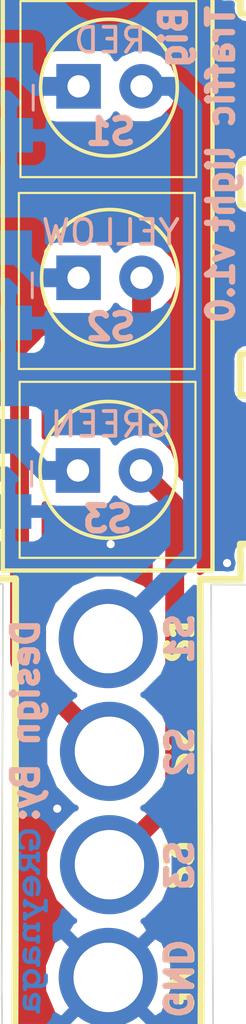
<source format=kicad_pcb>
(kicad_pcb (version 20171130) (host pcbnew 6.0.0-rc1-unknown-62e2fe8~66~ubuntu16.04.1)
  (title_block (title "Project Title"))
  (layers (0 F.Cu signal hide) (31 B.Cu signal hide) (34 B.Paste user) (35 F.Paste user) (36 B.SilkS user) (37 F.SilkS user) (38 B.Mask user) (39 F.Mask user) (44 Edge.Cuts user))
  (net 0 "")
  (net 1 "Net-(D1-Pad1)")
  (net 2 "Net-(D1-Pad2)")
  (net 3 "Net-(D2-Pad2)")
  (net 4 "Net-(D2-Pad1)")
  (net 5 "Net-(D3-Pad1)")
  (net 6 "Net-(D3-Pad2)")
  (net 7 GND)
  (module Semaforo:LED_D3.0mm (layer F.Cu) (at 141.4526 93.1672)
    (fp_text reference RED (at 1.27 -1.8542) (layer B.SilkS) (effects (justify mirror)))
    (fp_text value LED_ALT hide)
    (pad 1 thru_hole rect (at 0 0) (size 1.8 1.8) (drill 0.9) (layers *.Cu *.Mask) (net 1 "Net-(D1-Pad1)"))
    (pad 2 thru_hole circle (at 2.54 0) (size 1.8 1.8) (drill 0.9) (layers *.Cu *.Mask) (net 2 "Net-(D1-Pad2)"))
  )
  (module Semaforo:LED_D3.0mm (layer F.Cu) (at 141.4526 100.8888)
    (fp_text reference YELLOW (at 1.2954 -1.8288) (layer B.SilkS) (effects (justify mirror)))
    (fp_text value LED_ALT hide)
    (pad 2 thru_hole circle (at 2.54 0) (size 1.8 1.8) (drill 0.9) (layers *.Cu *.Mask) (net 3 "Net-(D2-Pad2)"))
    (pad 1 thru_hole rect (at 0 0) (size 1.8 1.8) (drill 0.9) (layers *.Cu *.Mask) (net 4 "Net-(D2-Pad1)"))
  )
  (module Semaforo:LED_D3.0mm (layer F.Cu) (at 141.4272 108.6612)
    (fp_text reference GREEN (at 1.3208 -1.8542) (layer B.SilkS) (effects (justify mirror)))
    (fp_text value LED_ALT hide)
    (pad 1 thru_hole rect (at 0 0) (size 1.8 1.8) (drill 0.9) (layers *.Cu *.Mask) (net 5 "Net-(D3-Pad1)"))
    (pad 2 thru_hole circle (at 2.54 0) (size 1.8 1.8) (drill 0.9) (layers *.Cu *.Mask) (net 6 "Net-(D3-Pad2)"))
  )
  (module Semaforo:Pad_02 (layer F.Cu) (at 142.6464 129.1082)
    (fp_text reference J2 hide)
    (fp_text value CONN_01X01 hide)
    (pad 1 thru_hole circle (at 0 0) (size 4 4) (drill 2.8) (layers *.Cu *.Mask) (net 7 GND))
  )
  (module Semaforo:Pad_02 (layer F.Cu) (at 142.6464 115.443)
    (fp_text reference J4 hide)
    (fp_text value CONN_01X01 hide)
    (pad 1 thru_hole circle (at 0 0) (size 4 4) (drill 2.8) (layers *.Cu *.Mask) (net 2 "Net-(D1-Pad2)"))
  )
  (module Semaforo:Pad_02 (layer F.Cu) (at 142.6972 119.9896)
    (fp_text reference J5 hide)
    (fp_text value CONN_01X01 hide)
    (pad 1 thru_hole circle (at 0 0) (size 4 4) (drill 2.8) (layers *.Cu *.Mask) (net 3 "Net-(D2-Pad2)"))
  )
  (module Semaforo:Pad_02 (layer F.Cu) (at 142.6972 124.5616)
    (fp_text reference J6 hide)
    (fp_text value CONN_01X01 hide)
    (pad 1 thru_hole circle (at 0 0) (size 4 4) (drill 2.8) (layers *.Cu *.Mask) (net 6 "Net-(D3-Pad2)"))
  )
  (module Resistor_SMD:R_1206_3216Metric_Pad1.39x1.80mm_HandSolder (layer B.Cu) (at 138.7094 93.6244 270)
    (fp_text reference R1 (at 0 1.85 270) (layer B.SilkS) (effects (justify mirror)))
    (fp_text value 330 hide)
    (pad 1 smd rect (at -1.5175 0 270) (size 1.395 1.8) (layers B.Cu B.Paste B.Mask) (net 1 "Net-(D1-Pad1)"))
    (pad 2 smd rect (at 1.5175 0 270) (size 1.395 1.8) (layers B.Cu B.Paste B.Mask) (net 7 GND))
  )
  (module Resistor_SMD:R_1206_3216Metric_Pad1.39x1.80mm_HandSolder (layer B.Cu) (at 138.6713 101.1936 270)
    (fp_text reference R2 (at 0 1.85 270) (layer B.SilkS) (effects (justify mirror)))
    (fp_text value 330 hide)
    (pad 2 smd rect (at 1.5175 0 270) (size 1.395 1.8) (layers B.Cu B.Paste B.Mask) (net 7 GND))
    (pad 1 smd rect (at -1.5175 0 270) (size 1.395 1.8) (layers B.Cu B.Paste B.Mask) (net 4 "Net-(D2-Pad1)"))
  )
  (module Resistor_SMD:R_1206_3216Metric_Pad1.39x1.80mm_HandSolder (layer B.Cu) (at 138.6459 108.8009 270)
    (fp_text reference R3 (at 0 1.85 270) (layer B.SilkS) (effects (justify mirror)))
    (fp_text value 330 hide)
    (pad 1 smd rect (at -1.5175 0 270) (size 1.395 1.8) (layers B.Cu B.Paste B.Mask) (net 5 "Net-(D3-Pad1)"))
    (pad 2 smd rect (at 1.5175 0 270) (size 1.395 1.8) (layers B.Cu B.Paste B.Mask) (net 7 GND))
  )
  (module Semaforo:Semaforo3.All.02 (layer F.Cu) (at 142.53451 109.226696)
    (fp_text reference E1 hide)
    (fp_text value EdgeTraffic hide)
    (fp_line (start 4.809487 -20.528497) (end 4.553717 -20.528497) (layer Edge.Cuts) (width 0.069647))
    (fp_line (start 4.553717 -20.528497) (end 4.297947 -20.528497) (layer Edge.Cuts) (width 0.069647))
    (fp_line (start 4.297947 -20.528497) (end 4.042177 -20.528497) (layer Edge.Cuts) (width 0.069647))
    (fp_line (start 4.042177 -20.528497) (end 3.786408 -20.528497) (layer Edge.Cuts) (width 0.069647))
    (fp_line (start 3.786408 -20.528497) (end 3.709407 -20.68689) (layer Edge.Cuts) (width 0.069647))
    (fp_line (start 3.709407 -20.68689) (end 3.473857 -21.06903) (layer Edge.Cuts) (width 0.069647))
    (fp_line (start 3.473857 -21.06903) (end 3.072936 -21.535369) (layer Edge.Cuts) (width 0.069647))
    (fp_line (start 3.072936 -21.535369) (end 2.499821 -21.946346) (layer Edge.Cuts) (width 0.069647))
    (fp_line (start 2.499821 -21.946346) (end 1.886173 -22.224204) (layer Edge.Cuts) (width 0.069647))
    (fp_line (start 1.886173 -22.224204) (end 1.332949 -22.397961) (layer Edge.Cuts) (width 0.069647))
    (fp_line (start 1.332949 -22.397961) (end 0.787274 -22.488245) (layer Edge.Cuts) (width 0.069647))
    (fp_line (start 0.787274 -22.488245) (end 0.196272 -22.515682) (layer Edge.Cuts) (width 0.069647))
    (fp_line (start 0.196272 -22.515682) (end -0.427755 -22.482045) (layer Edge.Cuts) (width 0.069647))
    (fp_line (start -0.427755 -22.482045) (end -1.045342 -22.371963) (layer Edge.Cuts) (width 0.069647))
    (fp_line (start -1.045342 -22.371963) (end -1.668625 -22.180333) (layer Edge.Cuts) (width 0.069647))
    (fp_line (start -1.668625 -22.180333) (end -2.309742 -21.902055) (layer Edge.Cuts) (width 0.069647))
    (fp_line (start -2.309742 -21.902055) (end -2.86363 -21.505579) (layer Edge.Cuts) (width 0.069647))
    (fp_line (start -2.86363 -21.505579) (end -3.23188 -21.053623) (layer Edge.Cuts) (width 0.069647))
    (fp_line (start -3.23188 -21.053623) (end -3.436611 -20.682495) (layer Edge.Cuts) (width 0.069647))
    (fp_line (start -3.436611 -20.682495) (end -3.49994 -20.528497) (layer Edge.Cuts) (width 0.069647))
    (fp_line (start -3.49994 -20.528497) (end -3.771929 -20.528497) (layer Edge.Cuts) (width 0.069647))
    (fp_line (start -3.771929 -20.528497) (end -4.043919 -20.528497) (layer Edge.Cuts) (width 0.069647))
    (fp_line (start -4.043919 -20.528497) (end -4.315909 -20.528497) (layer Edge.Cuts) (width 0.069647))
    (fp_line (start -4.315909 -20.528497) (end -4.587898 -20.528497) (layer Edge.Cuts) (width 0.069647))
    (fp_line (start -4.587898 -20.528497) (end -4.587898 -20.402595) (layer Edge.Cuts) (width 0.069647))
    (fp_line (start -4.587898 -20.402595) (end -4.587898 -20.276696) (layer Edge.Cuts) (width 0.069647))
    (fp_line (start -4.587898 -20.276696) (end -4.587898 -20.150794) (layer Edge.Cuts) (width 0.069647))
    (fp_line (start -4.587898 -20.150794) (end -4.587898 -20.024892) (layer Edge.Cuts) (width 0.069647))
    (fp_line (start -4.587898 -20.024892) (end -4.742582 -20.027538) (layer Edge.Cuts) (width 0.069647))
    (fp_line (start -4.742582 -20.027538) (end -4.897267 -20.030183) (layer Edge.Cuts) (width 0.069647))
    (fp_line (start -4.897267 -20.030183) (end -5.051951 -20.032829) (layer Edge.Cuts) (width 0.069647))
    (fp_line (start -5.051951 -20.032829) (end -5.206635 -20.035475) (layer Edge.Cuts) (width 0.069647))
    (fp_line (start -5.206635 -20.035475) (end -5.287367 -19.957849) (layer Edge.Cuts) (width 0.069647))
    (fp_line (start -5.287367 -19.957849) (end -5.3681 -19.88022) (layer Edge.Cuts) (width 0.069647))
    (fp_line (start -5.3681 -19.88022) (end -5.448832 -19.802594) (layer Edge.Cuts) (width 0.069647))
    (fp_line (start -5.448832 -19.802594) (end -5.529564 -19.724965) (layer Edge.Cuts) (width 0.069647))
    (fp_line (start -5.529564 -19.724965) (end -5.529564 -19.600138) (layer Edge.Cuts) (width 0.069647))
    (fp_line (start -5.529564 -19.600138) (end -5.529564 -19.47531) (layer Edge.Cuts) (width 0.069647))
    (fp_line (start -5.529564 -19.47531) (end -5.529564 -19.350482) (layer Edge.Cuts) (width 0.069647))
    (fp_line (start -5.529564 -19.350482) (end -5.529564 -19.225654) (layer Edge.Cuts) (width 0.069647))
    (fp_line (start -5.529564 -19.225654) (end -6.949242 -19.220283) (layer Edge.Cuts) (width 0.069647))
    (fp_line (start -6.949242 -19.220283) (end -8.368921 -19.214912) (layer Edge.Cuts) (width 0.069647))
    (fp_line (start -8.368921 -19.214912) (end -9.788599 -19.209541) (layer Edge.Cuts) (width 0.069647))
    (fp_line (start -9.788599 -19.209541) (end -11.208278 -19.20417) (layer Edge.Cuts) (width 0.069647))
    (fp_line (start -11.208278 -19.20417) (end -11.215064 -19.055607) (layer Edge.Cuts) (width 0.069647))
    (fp_line (start -11.215064 -19.055607) (end -11.219718 -18.673048) (layer Edge.Cuts) (width 0.069647))
    (fp_line (start -11.219718 -18.673048) (end -11.198689 -18.151192) (layer Edge.Cuts) (width 0.069647))
    (fp_line (start -11.198689 -18.151192) (end -11.128426 -17.584738) (layer Edge.Cuts) (width 0.069647))
    (fp_line (start -11.128426 -17.584738) (end -10.983083 -17.079405) (layer Edge.Cuts) (width 0.069647))
    (fp_line (start -10.983083 -17.079405) (end -10.759336 -16.651293) (layer Edge.Cuts) (width 0.069647))
    (fp_line (start -10.759336 -16.651293) (end -10.467411 -16.260662) (layer Edge.Cuts) (width 0.069647))
    (fp_line (start -10.467411 -16.260662) (end -10.117533 -15.86778) (layer Edge.Cuts) (width 0.069647))
    (fp_line (start -10.117533 -15.86778) (end -9.709763 -15.491748) (layer Edge.Cuts) (width 0.069647))
    (fp_line (start -9.709763 -15.491748) (end -9.260862 -15.148031) (layer Edge.Cuts) (width 0.069647))
    (fp_line (start -9.260862 -15.148031) (end -8.80611 -14.791423) (layer Edge.Cuts) (width 0.069647))
    (fp_line (start -8.80611 -14.791423) (end -8.380788 -14.376718) (layer Edge.Cuts) (width 0.069647))
    (fp_line (start -8.380788 -14.376718) (end -8.084695 -13.86908) (layer Edge.Cuts) (width 0.069647))
    (fp_line (start -8.084695 -13.86908) (end -7.951794 -13.348745) (layer Edge.Cuts) (width 0.069647))
    (fp_line (start -7.951794 -13.348745) (end -7.918605 -12.943112) (layer Edge.Cuts) (width 0.069647))
    (fp_line (start -7.918605 -12.943112) (end -7.921647 -12.779589) (layer Edge.Cuts) (width 0.069647))
    (fp_line (start -7.921647 -12.779589) (end -7.325266 -12.777208) (layer Edge.Cuts) (width 0.069647))
    (fp_line (start -7.325266 -12.777208) (end -6.728884 -12.774827) (layer Edge.Cuts) (width 0.069647))
    (fp_line (start -6.728884 -12.774827) (end -6.132502 -12.772446) (layer Edge.Cuts) (width 0.069647))
    (fp_line (start -6.132502 -12.772446) (end -5.53612 -12.770064) (layer Edge.Cuts) (width 0.069647))
    (fp_line (start -5.53612 -12.770064) (end -5.54383 -12.44986) (layer Edge.Cuts) (width 0.069647))
    (fp_line (start -5.54383 -12.44986) (end -5.55154 -12.129654) (layer Edge.Cuts) (width 0.069647))
    (fp_line (start -5.55154 -12.129654) (end -5.55925 -11.80945) (layer Edge.Cuts) (width 0.069647))
    (fp_line (start -5.55925 -11.80945) (end -5.56696 -11.489243) (layer Edge.Cuts) (width 0.069647))
    (fp_line (start -5.56696 -11.489243) (end -6.979837 -11.479797) (layer Edge.Cuts) (width 0.069647))
    (fp_line (start -6.979837 -11.479797) (end -8.392714 -11.470352) (layer Edge.Cuts) (width 0.069647))
    (fp_line (start -8.392714 -11.470352) (end -9.805591 -11.460906) (layer Edge.Cuts) (width 0.069647))
    (fp_line (start -9.805591 -11.460906) (end -11.218467 -11.45146) (layer Edge.Cuts) (width 0.069647))
    (fp_line (start -11.218467 -11.45146) (end -11.225511 -11.311168) (layer Edge.Cuts) (width 0.069647))
    (fp_line (start -11.225511 -11.311168) (end -11.24069 -10.97639) (layer Edge.Cuts) (width 0.069647))
    (fp_line (start -11.24069 -10.97639) (end -11.255081 -10.57628) (layer Edge.Cuts) (width 0.069647))
    (fp_line (start -11.255081 -10.57628) (end -11.259758 -10.239981) (layer Edge.Cuts) (width 0.069647))
    (fp_line (start -11.259758 -10.239981) (end -11.246839 -9.969307) (layer Edge.Cuts) (width 0.069647))
    (fp_line (start -11.246839 -9.969307) (end -11.214625 -9.748258) (layer Edge.Cuts) (width 0.069647))
    (fp_line (start -11.214625 -9.748258) (end -11.161876 -9.546632) (layer Edge.Cuts) (width 0.069647))
    (fp_line (start -11.161876 -9.546632) (end -11.087351 -9.334225) (layer Edge.Cuts) (width 0.069647))
    (fp_line (start -11.087351 -9.334225) (end -10.899754 -9.006964) (layer Edge.Cuts) (width 0.069647))
    (fp_line (start -10.899754 -9.006964) (end -10.58571 -8.607375) (layer Edge.Cuts) (width 0.069647))
    (fp_line (start -10.58571 -8.607375) (end -10.212443 -8.196593) (layer Edge.Cuts) (width 0.069647))
    (fp_line (start -10.212443 -8.196593) (end -9.847176 -7.835757) (layer Edge.Cuts) (width 0.069647))
    (fp_line (start -9.847176 -7.835757) (end -9.401807 -7.469476) (layer Edge.Cuts) (width 0.069647))
    (fp_line (start -9.401807 -7.469476) (end -8.84462 -7.038181) (layer Edge.Cuts) (width 0.069647))
    (fp_line (start -8.84462 -7.038181) (end -8.327415 -6.596742) (layer Edge.Cuts) (width 0.069647))
    (fp_line (start -8.327415 -6.596742) (end -8.001994 -6.200037) (layer Edge.Cuts) (width 0.069647))
    (fp_line (start -8.001994 -6.200037) (end -7.868735 -5.808168) (layer Edge.Cuts) (width 0.069647))
    (fp_line (start -7.868735 -5.808168) (end -7.808173 -5.408917) (layer Edge.Cuts) (width 0.069647))
    (fp_line (start -7.808173 -5.408917) (end -7.792343 -5.09868) (layer Edge.Cuts) (width 0.069647))
    (fp_line (start -7.792343 -5.09868) (end -7.793269 -4.973847) (layer Edge.Cuts) (width 0.069647))
    (fp_line (start -7.793269 -4.973847) (end -7.227107 -4.967708) (layer Edge.Cuts) (width 0.069647))
    (fp_line (start -7.227107 -4.967708) (end -6.660945 -4.96157) (layer Edge.Cuts) (width 0.069647))
    (fp_line (start -6.660945 -4.96157) (end -6.094782 -4.955432) (layer Edge.Cuts) (width 0.069647))
    (fp_line (start -6.094782 -4.955432) (end -5.52862 -4.949293) (layer Edge.Cuts) (width 0.069647))
    (fp_line (start -5.52862 -4.949293) (end -5.531853 -4.684604) (layer Edge.Cuts) (width 0.069647))
    (fp_line (start -5.531853 -4.684604) (end -5.535087 -4.419915) (layer Edge.Cuts) (width 0.069647))
    (fp_line (start -5.535087 -4.419915) (end -5.53832 -4.155223) (layer Edge.Cuts) (width 0.069647))
    (fp_line (start -5.53832 -4.155223) (end -5.541553 -3.890534) (layer Edge.Cuts) (width 0.069647))
    (fp_line (start -5.541553 -3.890534) (end -7.006054 -3.879924) (layer Edge.Cuts) (width 0.069647))
    (fp_line (start -7.006054 -3.879924) (end -8.470554 -3.869314) (layer Edge.Cuts) (width 0.069647))
    (fp_line (start -8.470554 -3.869314) (end -9.935055 -3.858705) (layer Edge.Cuts) (width 0.069647))
    (fp_line (start -9.935055 -3.858705) (end -11.399556 -3.848095) (layer Edge.Cuts) (width 0.069647))
    (fp_line (start -11.399556 -3.848095) (end -11.39953 -3.689855) (layer Edge.Cuts) (width 0.069647))
    (fp_line (start -11.39953 -3.689855) (end -11.400377 -3.309959) (layer Edge.Cuts) (width 0.069647))
    (fp_line (start -11.400377 -3.309959) (end -11.403499 -2.850642) (layer Edge.Cuts) (width 0.069647))
    (fp_line (start -11.403499 -2.850642) (end -11.410285 -2.454143) (layer Edge.Cuts) (width 0.069647))
    (fp_line (start -11.410285 -2.454143) (end -11.385624 -2.067883) (layer Edge.Cuts) (width 0.069647))
    (fp_line (start -11.385624 -2.067883) (end -11.303505 -1.727168) (layer Edge.Cuts) (width 0.069647))
    (fp_line (start -11.303505 -1.727168) (end -11.186603 -1.439074) (layer Edge.Cuts) (width 0.069647))
    (fp_line (start -11.186603 -1.439074) (end -11.057592 -1.210688) (layer Edge.Cuts) (width 0.069647))
    (fp_line (start -11.057592 -1.210688) (end -10.751052 -0.8533) (layer Edge.Cuts) (width 0.069647))
    (fp_line (start -10.751052 -0.8533) (end -10.24962 -0.352282) (layer Edge.Cuts) (width 0.069647))
    (fp_line (start -10.24962 -0.352282) (end -9.717612 0.147926) (layer Edge.Cuts) (width 0.069647))
    (fp_line (start -9.717612 0.147926) (end -9.319344 0.502886) (layer Edge.Cuts) (width 0.069647))
    (fp_line (start -9.319344 0.502886) (end -9.064301 0.707496) (layer Edge.Cuts) (width 0.069647))
    (fp_line (start -9.064301 0.707496) (end -8.828387 0.89063) (layer Edge.Cuts) (width 0.069647))
    (fp_line (start -8.828387 0.89063) (end -8.575541 1.108826) (layer Edge.Cuts) (width 0.069647))
    (fp_line (start -8.575541 1.108826) (end -8.269698 1.418622) (layer Edge.Cuts) (width 0.069647))
    (fp_line (start -8.269698 1.418622) (end -8.015157 1.838986) (layer Edge.Cuts) (width 0.069647))
    (fp_line (start -8.015157 1.838986) (end -7.902832 2.277023) (layer Edge.Cuts) (width 0.069647))
    (fp_line (start -7.902832 2.277023) (end -7.876596 2.621447) (layer Edge.Cuts) (width 0.069647))
    (fp_line (start -7.876596 2.621447) (end -7.880324 2.760983) (layer Edge.Cuts) (width 0.069647))
    (fp_line (start -7.880324 2.760983) (end -7.303962 2.769238) (layer Edge.Cuts) (width 0.069647))
    (fp_line (start -7.303962 2.769238) (end -6.727599 2.777493) (layer Edge.Cuts) (width 0.069647))
    (fp_line (start -6.727599 2.777493) (end -6.151237 2.785748) (layer Edge.Cuts) (width 0.069647))
    (fp_line (start -6.151237 2.785748) (end -5.574875 2.794003) (layer Edge.Cuts) (width 0.069647))
    (fp_line (start -5.574875 2.794003) (end -5.576119 3.194124) (layer Edge.Cuts) (width 0.069647))
    (fp_line (start -5.576119 3.194124) (end -5.594068 4.011851) (layer Edge.Cuts) (width 0.069647))
    (fp_line (start -5.594068 4.011851) (end -4.135483 4.009734) (layer Edge.Cuts) (width 0.069647))
    (fp_line (start -4.135483 4.009734) (end -4.187905 20.290301) (layer Edge.Cuts) (width 0.069647))
    (fp_line (start -4.187905 20.290301) (end -4.155916 22.512771) (layer Edge.Cuts) (width 0.069647))
    (fp_line (start -4.155916 22.512771) (end -2.737468 22.513301) (layer Edge.Cuts) (width 0.069647))
    (fp_line (start -2.737468 22.513301) (end -1.31902 22.514094) (layer Edge.Cuts) (width 0.069647))
    (fp_line (start -1.31902 22.514094) (end 0.099428 22.514624) (layer Edge.Cuts) (width 0.069647))
    (fp_line (start 0.099428 22.514624) (end 1.517875 22.515417) (layer Edge.Cuts) (width 0.069647))
    (fp_line (start 1.517875 22.515417) (end 2.936323 22.515946) (layer Edge.Cuts) (width 0.069647))
    (fp_line (start 2.936323 22.515946) (end 4.354771 22.51674) (layer Edge.Cuts) (width 0.069647))
    (fp_line (start 4.354771 22.51674) (end 4.336647 20.103491) (layer Edge.Cuts) (width 0.069647))
    (fp_line (start 4.336647 20.103491) (end 4.267778 4.032597) (layer Edge.Cuts) (width 0.069647))
    (fp_line (start 4.267778 4.032597) (end 5.760026 4.041169) (layer Edge.Cuts) (width 0.069647))
    (fp_line (start 5.760026 4.041169) (end 5.756171 3.222876) (layer Edge.Cuts) (width 0.069647))
    (fp_line (start 5.756171 3.222876) (end 5.752316 2.830542) (layer Edge.Cuts) (width 0.069647))
    (fp_line (start 5.752316 2.830542) (end 6.281228 2.826679) (layer Edge.Cuts) (width 0.069647))
    (fp_line (start 6.281228 2.826679) (end 6.81014 2.822816) (layer Edge.Cuts) (width 0.069647))
    (fp_line (start 6.81014 2.822816) (end 7.339053 2.818953) (layer Edge.Cuts) (width 0.069647))
    (fp_line (start 7.339053 2.818953) (end 7.867965 2.81509) (layer Edge.Cuts) (width 0.069647))
    (fp_line (start 7.867965 2.81509) (end 7.861747 2.668577) (layer Edge.Cuts) (width 0.069647))
    (fp_line (start 7.861747 2.668577) (end 7.869193 2.316385) (layer Edge.Cuts) (width 0.069647))
    (fp_line (start 7.869193 2.316385) (end 7.929454 1.889543) (layer Edge.Cuts) (width 0.069647))
    (fp_line (start 7.929454 1.889543) (end 8.081684 1.519079) (layer Edge.Cuts) (width 0.069647))
    (fp_line (start 8.081684 1.519079) (end 8.287965 1.247148) (layer Edge.Cuts) (width 0.069647))
    (fp_line (start 8.287965 1.247148) (end 8.50837 1.00054) (layer Edge.Cuts) (width 0.069647))
    (fp_line (start 8.50837 1.00054) (end 8.779031 0.737214) (layer Edge.Cuts) (width 0.069647))
    (fp_line (start 8.779031 0.737214) (end 9.13608 0.415137) (layer Edge.Cuts) (width 0.069647))
    (fp_line (start 9.13608 0.415137) (end 9.435951 0.143706) (layer Edge.Cuts) (width 0.069647))
    (fp_line (start 9.435951 0.143706) (end 9.601514 -0.019608) (layer Edge.Cuts) (width 0.069647))
    (fp_line (start 9.601514 -0.019608) (end 9.768562 -0.194739) (layer Edge.Cuts) (width 0.069647))
    (fp_line (start 9.768562 -0.194739) (end 10.072888 -0.501618) (layer Edge.Cuts) (width 0.069647))
    (fp_line (start 10.072888 -0.501618) (end 10.348796 -0.775018) (layer Edge.Cuts) (width 0.069647))
    (fp_line (start 10.348796 -0.775018) (end 10.582891 -1.02417) (layer Edge.Cuts) (width 0.069647))
    (fp_line (start 10.582891 -1.02417) (end 10.811906 -1.307478) (layer Edge.Cuts) (width 0.069647))
    (fp_line (start 10.811906 -1.307478) (end 11.072566 -1.68334) (layer Edge.Cuts) (width 0.069647))
    (fp_line (start 11.072566 -1.68334) (end 11.185154 -2.163503) (layer Edge.Cuts) (width 0.069647))
    (fp_line (start 11.185154 -2.163503) (end 11.217989 -2.891245) (layer Edge.Cuts) (width 0.069647))
    (fp_line (start 11.217989 -2.891245) (end 11.209496 -3.555788) (layer Edge.Cuts) (width 0.069647))
    (fp_line (start 11.209496 -3.555788) (end 11.198119 -3.846364) (layer Edge.Cuts) (width 0.069647))
    (fp_line (start 11.198119 -3.846364) (end 9.835417 -3.845041) (layer Edge.Cuts) (width 0.069647))
    (fp_line (start 9.835417 -3.845041) (end 8.472712 -3.843719) (layer Edge.Cuts) (width 0.069647))
    (fp_line (start 8.472712 -3.843719) (end 7.110008 -3.842396) (layer Edge.Cuts) (width 0.069647))
    (fp_line (start 7.110008 -3.842396) (end 5.747305 -3.841073) (layer Edge.Cuts) (width 0.069647))
    (fp_line (start 5.747305 -3.841073) (end 5.748549 -4.143084) (layer Edge.Cuts) (width 0.069647))
    (fp_line (start 5.748549 -4.143084) (end 5.749792 -4.445093) (layer Edge.Cuts) (width 0.069647))
    (fp_line (start 5.749792 -4.445093) (end 5.751036 -4.747104) (layer Edge.Cuts) (width 0.069647))
    (fp_line (start 5.751036 -4.747104) (end 5.75228 -5.049113) (layer Edge.Cuts) (width 0.069647))
    (fp_line (start 5.75228 -5.049113) (end 6.275408 -5.064379) (layer Edge.Cuts) (width 0.069647))
    (fp_line (start 6.275408 -5.064379) (end 6.798537 -5.079645) (layer Edge.Cuts) (width 0.069647))
    (fp_line (start 6.798537 -5.079645) (end 7.321666 -5.094912) (layer Edge.Cuts) (width 0.069647))
    (fp_line (start 7.321666 -5.094912) (end 7.844794 -5.110178) (layer Edge.Cuts) (width 0.069647))
    (fp_line (start 7.844794 -5.110178) (end 7.845879 -5.207191) (layer Edge.Cuts) (width 0.069647))
    (fp_line (start 7.845879 -5.207191) (end 7.868538 -5.45369) (layer Edge.Cuts) (width 0.069647))
    (fp_line (start 7.868538 -5.45369) (end 7.941815 -5.782871) (layer Edge.Cuts) (width 0.069647))
    (fp_line (start 7.941815 -5.782871) (end 8.094765 -6.12793) (layer Edge.Cuts) (width 0.069647))
    (fp_line (start 8.094765 -6.12793) (end 8.365169 -6.457638) (layer Edge.Cuts) (width 0.069647))
    (fp_line (start 8.365169 -6.457638) (end 8.734813 -6.785044) (layer Edge.Cuts) (width 0.069647))
    (fp_line (start 8.734813 -6.785044) (end 9.148751 -7.109754) (layer Edge.Cuts) (width 0.069647))
    (fp_line (start 9.148751 -7.109754) (end 9.552037 -7.431373) (layer Edge.Cuts) (width 0.069647))
    (fp_line (start 9.552037 -7.431373) (end 9.827498 -7.666239) (layer Edge.Cuts) (width 0.069647))
    (fp_line (start 9.827498 -7.666239) (end 9.986388 -7.809738) (layer Edge.Cuts) (width 0.069647))
    (fp_line (start 9.986388 -7.809738) (end 10.166408 -7.980061) (layer Edge.Cuts) (width 0.069647))
    (fp_line (start 10.166408 -7.980061) (end 10.505249 -8.295399) (layer Edge.Cuts) (width 0.069647))
    (fp_line (start 10.505249 -8.295399) (end 10.841474 -8.663413) (layer Edge.Cuts) (width 0.069647))
    (fp_line (start 10.841474 -8.663413) (end 11.121808 -9.085445) (layer Edge.Cuts) (width 0.069647))
    (fp_line (start 11.121808 -9.085445) (end 11.316893 -9.517092) (layer Edge.Cuts) (width 0.069647))
    (fp_line (start 11.316893 -9.517092) (end 11.397379 -9.913943) (layer Edge.Cuts) (width 0.069647))
    (fp_line (start 11.397379 -9.913943) (end 11.407513 -10.378096) (layer Edge.Cuts) (width 0.069647))
    (fp_line (start 11.407513 -10.378096) (end 11.412407 -10.92518) (layer Edge.Cuts) (width 0.069647))
    (fp_line (start 11.412407 -10.92518) (end 11.413995 -11.3811) (layer Edge.Cuts) (width 0.069647))
    (fp_line (start 11.413995 -11.3811) (end 11.414087 -11.571761) (layer Edge.Cuts) (width 0.069647))
    (fp_line (start 11.414087 -11.571761) (end 10.006367 -11.561442) (layer Edge.Cuts) (width 0.069647))
    (fp_line (start 10.006367 -11.561442) (end 8.598646 -11.551097) (layer Edge.Cuts) (width 0.069647))
    (fp_line (start 8.598646 -11.551097) (end 7.190923 -11.540778) (layer Edge.Cuts) (width 0.069647))
    (fp_line (start 7.190923 -11.540778) (end 5.783201 -11.530433) (layer Edge.Cuts) (width 0.069647))
    (fp_line (start 5.783201 -11.530433) (end 5.781958 -11.831055) (layer Edge.Cuts) (width 0.069647))
    (fp_line (start 5.781958 -11.831055) (end 5.780714 -12.13168) (layer Edge.Cuts) (width 0.069647))
    (fp_line (start 5.780714 -12.13168) (end 5.779471 -12.432303) (layer Edge.Cuts) (width 0.069647))
    (fp_line (start 5.779471 -12.432303) (end 5.778227 -12.732925) (layer Edge.Cuts) (width 0.069647))
    (fp_line (start 5.778227 -12.732925) (end 6.333497 -12.74155) (layer Edge.Cuts) (width 0.069647))
    (fp_line (start 6.333497 -12.74155) (end 6.888767 -12.750176) (layer Edge.Cuts) (width 0.069647))
    (fp_line (start 6.888767 -12.750176) (end 7.444036 -12.758775) (layer Edge.Cuts) (width 0.069647))
    (fp_line (start 7.444036 -12.758775) (end 7.999306 -12.7674) (layer Edge.Cuts) (width 0.069647))
    (fp_line (start 7.999306 -12.7674) (end 7.999484 -12.888624) (layer Edge.Cuts) (width 0.069647))
    (fp_line (start 7.999484 -12.888624) (end 8.023053 -13.189985) (layer Edge.Cuts) (width 0.069647))
    (fp_line (start 8.023053 -13.189985) (end 8.10457 -13.578004) (layer Edge.Cuts) (width 0.069647))
    (fp_line (start 8.10457 -13.578004) (end 8.278587 -13.95921) (layer Edge.Cuts) (width 0.069647))
    (fp_line (start 8.278587 -13.95921) (end 8.514749 -14.284312) (layer Edge.Cuts) (width 0.069647))
    (fp_line (start 8.514749 -14.284312) (end 8.77176 -14.579992) (layer Edge.Cuts) (width 0.069647))
    (fp_line (start 8.77176 -14.579992) (end 9.067778 -14.866731) (layer Edge.Cuts) (width 0.069647))
    (fp_line (start 9.067778 -14.866731) (end 9.420955 -15.165012) (layer Edge.Cuts) (width 0.069647))
    (fp_line (start 9.420955 -15.165012) (end 9.810159 -15.503665) (layer Edge.Cuts) (width 0.069647))
    (fp_line (start 9.810159 -15.503665) (end 10.183087 -15.866658) (layer Edge.Cuts) (width 0.069647))
    (fp_line (start 10.183087 -15.866658) (end 10.511154 -16.207171) (layer Edge.Cuts) (width 0.069647))
    (fp_line (start 10.511154 -16.207171) (end 10.765771 -16.478396) (layer Edge.Cuts) (width 0.069647))
    (fp_line (start 10.765771 -16.478396) (end 10.962335 -16.759883) (layer Edge.Cuts) (width 0.069647))
    (fp_line (start 10.962335 -16.759883) (end 11.127517 -17.120891) (layer Edge.Cuts) (width 0.069647))
    (fp_line (start 11.127517 -17.120891) (end 11.249641 -17.499161) (layer Edge.Cuts) (width 0.069647))
    (fp_line (start 11.249641 -17.499161) (end 11.317033 -17.832435) (layer Edge.Cuts) (width 0.069647))
    (fp_line (start 11.317033 -17.832435) (end 11.342036 -18.214663) (layer Edge.Cuts) (width 0.069647))
    (fp_line (start 11.342036 -18.214663) (end 11.350079 -18.678538) (layer Edge.Cuts) (width 0.069647))
    (fp_line (start 11.350079 -18.678538) (end 11.349021 -19.06991) (layer Edge.Cuts) (width 0.069647))
    (fp_line (start 11.349021 -19.06991) (end 11.346904 -19.234624) (layer Edge.Cuts) (width 0.069647))
    (fp_line (start 11.346904 -19.234624) (end 9.950862 -19.232242) (layer Edge.Cuts) (width 0.069647))
    (fp_line (start 9.950862 -19.232242) (end 8.55482 -19.229861) (layer Edge.Cuts) (width 0.069647))
    (fp_line (start 8.55482 -19.229861) (end 7.158774 -19.22748) (layer Edge.Cuts) (width 0.069647))
    (fp_line (start 7.158774 -19.22748) (end 5.762731 -19.225099) (layer Edge.Cuts) (width 0.069647))
    (fp_line (start 5.762731 -19.225099) (end 5.765218 -19.351001) (layer Edge.Cuts) (width 0.069647))
    (fp_line (start 5.765218 -19.351001) (end 5.767705 -19.4769) (layer Edge.Cuts) (width 0.069647))
    (fp_line (start 5.767705 -19.4769) (end 5.770192 -19.602802) (layer Edge.Cuts) (width 0.069647))
    (fp_line (start 5.770192 -19.602802) (end 5.772679 -19.728701) (layer Edge.Cuts) (width 0.069647))
    (fp_line (start 5.772679 -19.728701) (end 5.679105 -19.811402) (layer Edge.Cuts) (width 0.069647))
    (fp_line (start 5.679105 -19.811402) (end 5.585531 -19.8941) (layer Edge.Cuts) (width 0.069647))
    (fp_line (start 5.585531 -19.8941) (end 5.491957 -19.976801) (layer Edge.Cuts) (width 0.069647))
    (fp_line (start 5.491957 -19.976801) (end 5.398383 -20.059499) (layer Edge.Cuts) (width 0.069647))
    (fp_line (start 5.398383 -20.059499) (end 5.252407 -20.060822) (layer Edge.Cuts) (width 0.069647))
    (fp_line (start 5.252407 -20.060822) (end 5.106431 -20.062145) (layer Edge.Cuts) (width 0.069647))
    (fp_line (start 5.106431 -20.062145) (end 4.960454 -20.063468) (layer Edge.Cuts) (width 0.069647))
    (fp_line (start 4.960454 -20.063468) (end 4.814478 -20.064791) (layer Edge.Cuts) (width 0.069647))
    (fp_line (start 4.814478 -20.064791) (end 4.813208 -20.180824) (layer Edge.Cuts) (width 0.069647))
    (fp_line (start 4.813208 -20.180824) (end 4.811938 -20.296854) (layer Edge.Cuts) (width 0.069647))
    (fp_line (start 4.811938 -20.296854) (end 4.810668 -20.412887) (layer Edge.Cuts) (width 0.069647))
    (fp_line (start 4.810668 -20.412887) (end 4.809487 -20.528497) (layer Edge.Cuts) (width 0.069647))
  )
  (module OshPark_Version:greynaga6-2 (layer B.Cu) (at 139.446 126.873 270)
    (fp_text reference G*** hide)
    (fp_text value LOGO hide)
  )
  (module OshPark_Version:greynaga6-2-cooper (layer B.Cu) (at 139.446 126.873 270)
    (fp_text reference GS*** hide)
    (fp_text value v hide)
    (fp_poly (pts (xy 0.541666 0.256025) (xy 0.582283 0.249307) (xy 0.619201 0.237889) (xy 0.652882 0.221598) (xy 0.683789 0.200261) (xy 0.706817 0.179453) (xy 0.720449 0.165066) (xy 0.730749 0.152281) (xy 0.739392 0.138792) (xy 0.747414 0.123588) (xy 0.753019 0.112036) (xy 0.757798 0.101372) (xy 0.761815 0.090989) (xy 0.765138 0.080279) (xy 0.767833 0.068635) (xy 0.769964 0.05545) (xy 0.771598 0.040117) (xy 0.772801 0.022027) (xy 0.773639 0.000573) (xy 0.774178 -0.024851) (xy 0.774483 -0.054854) (xy 0.774622 -0.090042) (xy 0.774658 -0.127383) (xy 0.7747 -0.288104) (xy 0.794543 -0.290329) (xy 0.819393 -0.29518) (xy 0.839094 -0.303683) (xy 0.853802 -0.315999) (xy 0.863675 -0.332291) (xy 0.868869 -0.352721) (xy 0.86981 -0.3683) (xy 0.868119 -0.390033) (xy 0.862798 -0.407302) (xy 0.853472 -0.421093) (xy 0.847793 -0.426492) (xy 0.841924 -0.43137) (xy 0.836579 -0.435363) (xy 0.831075 -0.438559) (xy 0.824731 -0.441048) (xy 0.816863 -0.442917) (xy 0.80679 -0.444255) (xy 0.793828 -0.445151) (xy 0.777296 -0.445694) (xy 0.756512 -0.445971) (xy 0.730792 -0.446073) (xy 0.699455 -0.446087) (xy 0.579437 -0.446087) (xy 0.560387 -0.436562) (xy 0.543482 -0.426145) (xy 0.531924 -0.413911) (xy 0.524897 -0.398609) (xy 0.521583 -0.378987) (xy 0.521433 -0.376867) (xy 0.521882 -0.352619) (xy 0.526793 -0.332716) (xy 0.536407 -0.316866) (xy 0.550966 -0.304777) (xy 0.57071 -0.296159) (xy 0.592244 -0.291265) (xy 0.61595 -0.287493) (xy 0.61595 -0.142826) (xy 0.615916 -0.105545) (xy 0.61578 -0.074025) (xy 0.615484 -0.047677) (xy 0.614974 -0.025912) (xy 0.614193 -0.008142) (xy 0.613086 0.006222) (xy 0.611598 0.01777) (xy 0.609673 0.027089) (xy 0.607255 0.03477) (xy 0.604289 0.0414) (xy 0.600719 0.047569) (xy 0.597514 0.052388) (xy 0.584918 0.066241) (xy 0.567864 0.078691) (xy 0.548243 0.088456) (xy 0.540143 0.091309) (xy 0.530158 0.09379) (xy 0.51823 0.095451) (xy 0.503025 0.096408) (xy 0.483213 0.096774) (xy 0.47625 0.096786) (xy 0.457456 0.096662) (xy 0.443466 0.096213) (xy 0.432735 0.095253) (xy 0.423716 0.093594) (xy 0.414866 0.09105) (xy 0.407428 0.088455) (xy 0.382767 0.077356) (xy 0.357405 0.061589) (xy 0.330685 0.040711) (xy 0.311666 0.023614) (xy 0.282575 -0.003771) (xy 0.282575 -0.288925) (xy 0.294691 -0.288925) (xy 0.309999 -0.289977) (xy 0.326907 -0.292773) (xy 0.342803 -0.296765) (xy 0.355078 -0.30141) (xy 0.355499 -0.301623) (xy 0.372539 -0.313473) (xy 0.384505 -0.328963) (xy 0.391498 -0.34828) (xy 0.39363 -0.370579) (xy 0.391646 -0.392296) (xy 0.385483 -0.409681) (xy 0.374587 -0.423616) (xy 0.358405 -0.43498) (xy 0.350797 -0.438788) (xy 0.346721 -0.440602) (xy 0.342686 -0.442091) (xy 0.338046 -0.443291) (xy 0.332151 -0.444238) (xy 0.324352 -0.444966) (xy 0.314002 -0.445513) (xy 0.300452 -0.445913) (xy 0.283052 -0.446202) (xy 0.261156 -0.446416) (xy 0.234113 -0.446591) (xy 0.206375 -0.446737) (xy 0.171688 -0.44686) (xy 0.142846 -0.446839) (xy 0.119343 -0.446661) (xy 0.100673 -0.446315) (xy 0.086333 -0.445788) (xy 0.075816 -0.445067) (xy 0.068619 -0.444141) (xy 0.065087 -0.443302) (xy 0.043819 -0.434532) (xy 0.028148 -0.423343) (xy 0.017557 -0.409028) (xy 0.011529 -0.39088) (xy 0.009545 -0.368192) (xy 0.009542 -0.367404) (xy 0.01224 -0.345291) (xy 0.020255 -0.326437) (xy 0.033397 -0.311168) (xy 0.047725 -0.301623) (xy 0.059778 -0.296962) (xy 0.07557 -0.292929) (xy 0.092488 -0.290069) (xy 0.107922 -0.288927) (xy 0.108533 -0.288925) (xy 0.12065 -0.288925) (xy 0.12065 0.078083) (xy 0.098264 0.081922) (xy 0.084873 0.084822) (xy 0.072128 0.088584) (xy 0.063646 0.092001) (xy 0.047336 0.10368) (xy 0.035397 0.119371) (xy 0.02814 0.138204) (xy 0.025876 0.159309) (xy 0.028914 0.181817) (xy 0.030075 0.186042) (xy 0.038398 0.20338) (xy 0.052247 0.217784) (xy 0.071437 0.229232) (xy 0.07615 0.231294) (xy 0.080848 0.232938) (xy 0.086306 0.234219) (xy 0.093299 0.235195) (xy 0.1026 0.235921) (xy 0.114984 0.236456) (xy 0.131224 0.236854) (xy 0.152097 0.237174) (xy 0.178374 0.237471) (xy 0.184943 0.237539) (xy 0.282575 0.238539) (xy 0.282575 0.168113) (xy 0.302487 0.185005) (xy 0.322594 0.201315) (xy 0.340895 0.214303) (xy 0.359694 0.225486) (xy 0.378588 0.235092) (xy 0.399931 0.244297) (xy 0.420782 0.250883) (xy 0.442821 0.25518) (xy 0.46773 0.257516) (xy 0.496887 0.258218) (xy 0.541666 0.256025)) (layer B.Cu) (width 0.01))
    (fp_poly (pts (xy -2.416406 0.466363) (xy -2.390736 0.466096) (xy -2.368815 0.465653) (xy -2.350125 0.46501) (xy -2.334145 0.464142) (xy -2.320355 0.463026) (xy -2.308236 0.461638) (xy -2.297267 0.459953) (xy -2.286928 0.457947) (xy -2.2767 0.455597) (xy -2.266063 0.452878) (xy -2.262939 0.452046) (xy -2.223392 0.438724) (xy -2.186136 0.420778) (xy -2.151861 0.398756) (xy -2.121257 0.373204) (xy -2.095013 0.344671) (xy -2.07382 0.313703) (xy -2.063789 0.294124) (xy -2.05192 0.260839) (xy -2.044633 0.224872) (xy -2.042201 0.18821) (xy -2.044547 0.155179) (xy -2.052587 0.119599) (xy -2.066138 0.0863) (xy -2.085434 0.054853) (xy -2.110708 0.024825) (xy -2.120886 0.01469) (xy -2.131565 0.005111) (xy -2.144432 -0.005474) (xy -2.158425 -0.016303) (xy -2.172484 -0.026612) (xy -2.18555 -0.035637) (xy -2.196561 -0.042616) (xy -2.204457 -0.046784) (xy -2.207435 -0.047625) (xy -2.206582 -0.049686) (xy -2.201892 -0.055319) (xy -2.194107 -0.063696) (xy -2.18397 -0.073988) (xy -2.182481 -0.075459) (xy -2.138558 -0.121791) (xy -2.09578 -0.17287) (xy -2.055443 -0.227092) (xy -2.033575 -0.259506) (xy -2.014538 -0.288825) (xy -1.995488 -0.28893) (xy -1.974732 -0.290296) (xy -1.954239 -0.293867) (xy -1.935893 -0.29919) (xy -1.921579 -0.30581) (xy -1.919288 -0.307304) (xy -1.905183 -0.320228) (xy -1.896029 -0.336123) (xy -1.891478 -0.355741) (xy -1.890809 -0.3683) (xy -1.892902 -0.391429) (xy -1.899557 -0.410249) (xy -1.911035 -0.425117) (xy -1.927594 -0.436392) (xy -1.944884 -0.44313) (xy -1.951817 -0.444675) (xy -1.961551 -0.44586) (xy -1.974809 -0.446717) (xy -1.99231 -0.447283) (xy -2.014778 -0.44759) (xy -2.040264 -0.447675) (xy -2.120543 -0.447675) (xy -2.13837 -0.415911) (xy -2.156902 -0.38447) (xy -2.177684 -0.351981) (xy -2.200202 -0.31907) (xy -2.22394 -0.286366) (xy -2.248385 -0.254494) (xy -2.273022 -0.224081) (xy -2.297336 -0.195753) (xy -2.320813 -0.170139) (xy -2.342938 -0.147863) (xy -2.363198 -0.129553) (xy -2.381077 -0.115835) (xy -2.388634 -0.111081) (xy -2.405063 -0.101659) (xy -2.480469 -0.101629) (xy -2.555875 -0.1016) (xy -2.555875 -0.288925) (xy -2.520157 -0.28898) (xy -2.488974 -0.290151) (xy -2.463233 -0.293688) (xy -2.442408 -0.299781) (xy -2.425976 -0.308623) (xy -2.413412 -0.320403) (xy -2.406725 -0.33034) (xy -2.402302 -0.339676) (xy -2.399881 -0.349213) (xy -2.398944 -0.361457) (xy -2.398867 -0.3683) (xy -2.400994 -0.391286) (xy -2.407465 -0.409852) (xy -2.418428 -0.424344) (xy -2.425503 -0.430075) (xy -2.431209 -0.433917) (xy -2.436702 -0.437155) (xy -2.442557 -0.43984) (xy -2.44935 -0.442024) (xy -2.457657 -0.443757) (xy -2.468054 -0.445091) (xy -2.481116 -0.446077) (xy -2.497419 -0.446767) (xy -2.517539 -0.44721) (xy -2.542052 -0.44746) (xy -2.571532 -0.447566) (xy -2.606556 -0.44758) (xy -2.622261 -0.447571) (xy -2.657911 -0.447531) (xy -2.687794 -0.44745) (xy -2.712496 -0.447308) (xy -2.7326 -0.447085) (xy -2.74869 -0.44676) (xy -2.761351 -0.446314) (xy -2.771167 -0.445725) (xy -2.778722 -0.444975) (xy -2.784599 -0.444043) (xy -2.789384 -0.442909) (xy -2.793316 -0.441672) (xy -2.812884 -0.431968) (xy -2.827694 -0.418198) (xy -2.83757 -0.400693) (xy -2.842335 -0.379783) (xy -2.841814 -0.355799) (xy -2.841239 -0.351772) (xy -2.835234 -0.332381) (xy -2.823995 -0.316427) (xy -2.807689 -0.304011) (xy -2.786485 -0.295233) (xy -2.760552 -0.290195) (xy -2.736267 -0.288925) (xy -2.7178 -0.288925) (xy -2.7178 0.05715) (xy -2.555875 0.05715) (xy -2.505869 0.057178) (xy -2.483935 0.057417) (xy -2.459739 0.058048) (xy -2.436017 0.058981) (xy -2.415504 0.060123) (xy -2.412907 0.060304) (xy -2.379126 0.063717) (xy -2.349865 0.068941) (xy -2.323456 0.076375) (xy -2.298227 0.086415) (xy -2.292979 0.088866) (xy -2.27115 0.101276) (xy -2.251296 0.116324) (xy -2.234723 0.132839) (xy -2.222736 0.149647) (xy -2.220499 0.153988) (xy -2.215039 0.171124) (xy -2.212889 0.190639) (xy -2.214103 0.21) (xy -2.218733 0.226673) (xy -2.218978 0.227221) (xy -2.231258 0.246959) (xy -2.249071 0.264952) (xy -2.271714 0.280653) (xy -2.298487 0.293517) (xy -2.309564 0.297538) (xy -2.316509 0.299813) (xy -2.322776 0.301651) (xy -2.329131 0.303107) (xy -2.336343 0.304236) (xy -2.34518 0.305094) (xy -2.356409 0.305734) (xy -2.370797 0.306213) (xy -2.389114 0.306584) (xy -2.412126 0.306904) (xy -2.440601 0.307226) (xy -2.445544 0.30728) (xy -2.555875 0.308478) (xy -2.555875 0.05715) (xy -2.7178 0.05715) (xy -2.7178 0.307052) (xy -2.748757 0.308854) (xy -2.776947 0.312098) (xy -2.799708 0.318375) (xy -2.817308 0.327913) (xy -2.830015 0.340942) (xy -2.838098 0.357691) (xy -2.841825 0.378388) (xy -2.842155 0.388572) (xy -2.840508 0.410673) (xy -2.835405 0.428063) (xy -2.826315 0.441664) (xy -2.812708 0.452403) (xy -2.802419 0.457738) (xy -2.786063 0.465138) (xy -2.566988 0.466155) (xy -2.521118 0.46635) (xy -2.481077 0.466466) (xy -2.446347 0.466478) (xy -2.416406 0.466363)) (layer B.Cu) (width 0.01))
    (fp_poly (pts (xy -2.975093 0.487295) (xy -2.958806 0.481562) (xy -2.949319 0.475332) (xy -2.941943 0.467039) (xy -2.935288 0.455604) (xy -2.925763 0.437033) (xy -2.924772 0.33272) (xy -2.924535 0.302881) (xy -2.924464 0.278668) (xy -2.924582 0.259358) (xy -2.924912 0.24423) (xy -2.925478 0.23256) (xy -2.926303 0.223626) (xy -2.92741 0.216705) (xy -2.928657 0.211636) (xy -2.936615 0.191227) (xy -2.947388 0.176183) (xy -2.961588 0.166054) (xy -2.97983 0.160395) (xy -3.00115 0.15875) (xy -3.015042 0.159329) (xy -3.027563 0.160863) (xy -3.036265 0.163049) (xy -3.036434 0.163119) (xy -3.047557 0.169857) (xy -3.057357 0.180526) (xy -3.066178 0.195727) (xy -3.074367 0.216059) (xy -3.082271 0.242122) (xy -3.082516 0.243032) (xy -3.090338 0.260301) (xy -3.10375 0.276127) (xy -3.122115 0.29031) (xy -3.144795 0.302648) (xy -3.171152 0.312939) (xy -3.20055 0.320983) (xy -3.232351 0.326578) (xy -3.265917 0.329523) (xy -3.30061 0.329616) (xy -3.335795 0.326657) (xy -3.343834 0.325532) (xy -3.385635 0.316345) (xy -3.424127 0.30205) (xy -3.458992 0.282944) (xy -3.489912 0.259323) (xy -3.516568 0.231483) (xy -3.538642 0.199723) (xy -3.555816 0.164337) (xy -3.567772 0.125624) (xy -3.570044 0.114744) (xy -3.571827 0.10144) (xy -3.573253 0.083102) (xy -3.57432 0.060872) (xy -3.575029 0.035891) (xy -3.57538 0.0093) (xy -3.575372 -0.017759) (xy -3.575007 -0.044145) (xy -3.574284 -0.068716) (xy -3.573203 -0.090331) (xy -3.571763 -0.107849) (xy -3.570036 -0.119792) (xy -3.559542 -0.157609) (xy -3.544526 -0.191143) (xy -3.524917 -0.220455) (xy -3.500642 -0.245602) (xy -3.47163 -0.266643) (xy -3.437807 -0.283638) (xy -3.399103 -0.296646) (xy -3.355445 -0.305725) (xy -3.340184 -0.307839) (xy -3.296209 -0.311049) (xy -3.250528 -0.310329) (xy -3.20481 -0.305863) (xy -3.160728 -0.297839) (xy -3.119951 -0.286441) (xy -3.107532 -0.281981) (xy -3.082925 -0.272588) (xy -3.082925 -0.168902) (xy -3.177382 -0.167493) (xy -3.207581 -0.166968) (xy -3.23221 -0.166312) (xy -3.252047 -0.165416) (xy -3.267871 -0.164173) (xy -3.280462 -0.162474) (xy -3.290598 -0.16021) (xy -3.299059 -0.157273) (xy -3.306624 -0.153554) (xy -3.314072 -0.148946) (xy -3.314981 -0.148337) (xy -3.327733 -0.136063) (xy -3.336758 -0.1195) (xy -3.341742 -0.099714) (xy -3.342371 -0.077769) (xy -3.340243 -0.062601) (xy -3.334333 -0.045383) (xy -3.324127 -0.031763) (xy -3.308908 -0.020956) (xy -3.297238 -0.015561) (xy -3.278188 -0.007937) (xy -3.103563 -0.007937) (xy -3.065399 -0.007952) (xy -3.033039 -0.008006) (xy -3.005937 -0.008116) (xy -2.983548 -0.008298) (xy -2.965326 -0.008567) (xy -2.950726 -0.00894) (xy -2.939201 -0.009432) (xy -2.930206 -0.01006) (xy -2.923195 -0.01084) (xy -2.917622 -0.011787) (xy -2.912943 -0.012917) (xy -2.910696 -0.013578) (xy -2.890083 -0.022765) (xy -2.874327 -0.035933) (xy -2.863638 -0.052803) (xy -2.858229 -0.073095) (xy -2.85757 -0.083769) (xy -2.859763 -0.107377) (xy -2.866709 -0.126916) (xy -2.878668 -0.142806) (xy -2.895902 -0.155468) (xy -2.904925 -0.159991) (xy -2.924175 -0.168631) (xy -2.924175 -0.375067) (xy -2.969419 -0.396749) (xy -3.009386 -0.415152) (xy -3.045798 -0.430222) (xy -3.080147 -0.442481) (xy -3.113923 -0.452453) (xy -3.148617 -0.460659) (xy -3.15595 -0.462166) (xy -3.16877 -0.464021) (xy -3.186689 -0.465616) (xy -3.20846 -0.466925) (xy -3.232837 -0.467923) (xy -3.258574 -0.468583) (xy -3.284424 -0.468881) (xy -3.30914 -0.468791) (xy -3.331476 -0.468287) (xy -3.350186 -0.467343) (xy -3.360738 -0.466374) (xy -3.400872 -0.459972) (xy -3.441506 -0.450536) (xy -3.480867 -0.438591) (xy -3.517182 -0.424665) (xy -3.5433 -0.412211) (xy -3.581697 -0.388292) (xy -3.616534 -0.359389) (xy -3.647516 -0.325966) (xy -3.674347 -0.288485) (xy -3.696729 -0.24741) (xy -3.714366 -0.203205) (xy -3.726961 -0.156333) (xy -3.733458 -0.114969) (xy -3.734743 -0.098693) (xy -3.735726 -0.07743) (xy -3.736407 -0.052535) (xy -3.736784 -0.025364) (xy -3.736855 0.002728) (xy -3.736619 0.030384) (xy -3.736076 0.05625) (xy -3.735224 0.07897) (xy -3.734061 0.097188) (xy -3.733661 0.101478) (xy -3.726428 0.147428) (xy -3.714482 0.192508) (xy -3.698377 0.234713) (xy -3.694442 0.243181) (xy -3.679115 0.2729) (xy -3.663221 0.298868) (xy -3.645405 0.322983) (xy -3.624309 0.347143) (xy -3.608401 0.363565) (xy -3.572999 0.395891) (xy -3.536593 0.422723) (xy -3.498131 0.444629) (xy -3.456562 0.462179) (xy -3.410835 0.475941) (xy -3.393086 0.480092) (xy -3.381359 0.482485) (xy -3.3703 0.484278) (xy -3.35869 0.485554) (xy -3.34531 0.486397) (xy -3.32894 0.486888) (xy -3.308361 0.487112) (xy -3.2893 0.487154) (xy -3.262238 0.487018) (xy -3.240367 0.486563) (xy -3.222533 0.485724) (xy -3.207583 0.484438) (xy -3.194363 0.482641) (xy -3.187912 0.481506) (xy -3.161803 0.475687) (xy -3.133885 0.467947) (xy -3.106775 0.459083) (xy -3.08309 0.44989) (xy -3.080845 0.44891) (xy -3.069119 0.444359) (xy -3.062617 0.443384) (xy -3.061261 0.444407) (xy -3.056855 0.452384) (xy -3.049086 0.462197) (xy -3.039707 0.471925) (xy -3.030471 0.479645) (xy -3.027215 0.481736) (xy -3.011716 0.487398) (xy -2.993541 0.489249) (xy -2.975093 0.487295)) (layer B.Cu) (width 0.01))
    (fp_poly (pts (xy 3.294858 0.257621) (xy 3.341954 0.252197) (xy 3.38518 0.242867) (xy 3.402012 0.237772) (xy 3.436003 0.223973) (xy 3.467184 0.206312) (xy 3.494769 0.185419) (xy 3.517974 0.161921) (xy 3.536013 0.136446) (xy 3.541395 0.126285) (xy 3.545654 0.117278) (xy 3.54929 0.108953) (xy 3.552352 0.100739) (xy 3.55489 0.092067) (xy 3.556952 0.082365) (xy 3.558589 0.071063) (xy 3.55985 0.057591) (xy 3.560784 0.041378) (xy 3.561441 0.021853) (xy 3.56187 -0.001554) (xy 3.562122 -0.029413) (xy 3.562245 -0.062295) (xy 3.562289 -0.100771) (xy 3.562294 -0.114615) (xy 3.56235 -0.287968) (xy 3.594893 -0.28985) (xy 3.621936 -0.292687) (xy 3.643675 -0.297948) (xy 3.660798 -0.305953) (xy 3.673993 -0.317022) (xy 3.683789 -0.331177) (xy 3.687692 -0.340056) (xy 3.689888 -0.349785) (xy 3.690779 -0.362577) (xy 3.690861 -0.370205) (xy 3.690601 -0.383815) (xy 3.68948 -0.393359) (xy 3.68697 -0.401109) (xy 3.68254 -0.409343) (xy 3.681263 -0.411432) (xy 3.672979 -0.422518) (xy 3.662714 -0.430963) (xy 3.652965 -0.436513) (xy 3.634254 -0.446087) (xy 3.517339 -0.447027) (xy 3.400425 -0.447967) (xy 3.400425 -0.416005) (xy 3.382168 -0.424348) (xy 3.355535 -0.43536) (xy 3.325186 -0.445986) (xy 3.293738 -0.455377) (xy 3.2639 -0.462666) (xy 3.243479 -0.466117) (xy 3.219027 -0.468859) (xy 3.192034 -0.470848) (xy 3.163992 -0.472042) (xy 3.136394 -0.472396) (xy 3.110731 -0.471866) (xy 3.088496 -0.470409) (xy 3.072574 -0.468256) (xy 3.032734 -0.458251) (xy 2.995754 -0.444045) (xy 2.962133 -0.426029) (xy 2.932371 -0.404591) (xy 2.906968 -0.380122) (xy 2.886423 -0.353011) (xy 2.871235 -0.323647) (xy 2.865345 -0.306672) (xy 2.861971 -0.288572) (xy 2.860719 -0.266682) (xy 2.861109 -0.254683) (xy 3.029019 -0.254683) (xy 3.031999 -0.267425) (xy 3.04061 -0.279693) (xy 3.054137 -0.290927) (xy 3.071861 -0.300573) (xy 3.093065 -0.308072) (xy 3.100075 -0.309838) (xy 3.116978 -0.312315) (xy 3.138383 -0.313322) (xy 3.162636 -0.312936) (xy 3.188079 -0.311231) (xy 3.213056 -0.308282) (xy 3.23591 -0.304163) (xy 3.2385 -0.303578) (xy 3.272125 -0.294668) (xy 3.304021 -0.283706) (xy 3.336441 -0.269843) (xy 3.363912 -0.256278) (xy 3.402012 -0.236535) (xy 3.402901 -0.197985) (xy 3.403789 -0.159434) (xy 3.383769 -0.155948) (xy 3.345818 -0.15026) (xy 3.307644 -0.146262) (xy 3.270307 -0.143974) (xy 3.234865 -0.143412) (xy 3.202375 -0.144595) (xy 3.173896 -0.147539) (xy 3.151187 -0.152073) (xy 3.121762 -0.161732) (xy 3.095407 -0.173897) (xy 3.072674 -0.188104) (xy 3.054117 -0.203888) (xy 3.040288 -0.220785) (xy 3.031742 -0.238329) (xy 3.029019 -0.254683) (xy 2.861109 -0.254683) (xy 2.861484 -0.24316) (xy 2.864159 -0.220161) (xy 2.868639 -0.199843) (xy 2.870928 -0.192908) (xy 2.881721 -0.168052) (xy 2.894927 -0.145837) (xy 2.911823 -0.124316) (xy 2.925762 -0.109402) (xy 2.9586 -0.079726) (xy 2.994063 -0.05486) (xy 3.032769 -0.034495) (xy 3.075341 -0.018322) (xy 3.122396 -0.006032) (xy 3.14001 -0.002596) (xy 3.165339 0.00081) (xy 3.195398 0.002976) (xy 3.228698 0.003935) (xy 3.263746 0.00372) (xy 3.299053 0.002366) (xy 3.333129 -0.000095) (xy 3.364481 -0.003629) (xy 3.391621 -0.008203) (xy 3.391693 -0.008218) (xy 3.400425 -0.010029) (xy 3.400425 0.015781) (xy 3.399749 0.033039) (xy 3.397256 0.045871) (xy 3.392244 0.056103) (xy 3.384011 0.065562) (xy 3.379831 0.069386) (xy 3.36453 0.080022) (xy 3.345487 0.088111) (xy 3.322145 0.093782) (xy 3.293949 0.097168) (xy 3.260344 0.098397) (xy 3.256476 0.098407) (xy 3.236862 0.098117) (xy 3.218066 0.097164) (xy 3.1989 0.095392) (xy 3.178171 0.092648) (xy 3.15469 0.088776) (xy 3.127266 0.083623) (xy 3.099768 0.078079) (xy 3.069938 0.072148) (xy 3.045451 0.067873) (xy 3.025514 0.065281) (xy 3.009331 0.064399) (xy 2.996109 0.065257) (xy 2.985052 0.06788) (xy 2.975368 0.072297) (xy 2.966261 0.078536) (xy 2.961021 0.08292) (xy 2.94773 0.098515) (xy 2.938933 0.117116) (xy 2.934788 0.137338) (xy 2.935455 0.157799) (xy 2.941092 0.177114) (xy 2.948734 0.19009) (xy 2.955435 0.197112) (xy 2.964864 0.203612) (xy 2.977817 0.20996) (xy 2.995093 0.216521) (xy 3.017487 0.223665) (xy 3.02869 0.22695) (xy 3.083408 0.240714) (xy 3.138166 0.250686) (xy 3.192182 0.256843) (xy 3.244673 0.259162) (xy 3.294858 0.257621)) (layer B.Cu) (width 0.01))
    (fp_poly (pts (xy 1.428856 0.256821) (xy 1.476526 0.249673) (xy 1.520116 0.238011) (xy 1.559457 0.221869) (xy 1.589647 0.204507) (xy 1.617347 0.183124) (xy 1.639714 0.159154) (xy 1.657527 0.131732) (xy 1.660782 0.125413) (xy 1.665257 0.116146) (xy 1.669079 0.107452) (xy 1.672301 0.09876) (xy 1.674973 0.089501) (xy 1.677148 0.079104) (xy 1.678875 0.066997) (xy 1.680206 0.05261) (xy 1.681193 0.035373) (xy 1.681886 0.014716) (xy 1.682337 -0.009933) (xy 1.682597 -0.039145) (xy 1.682717 -0.073488) (xy 1.682749 -0.113535) (xy 1.68275 -0.119341) (xy 1.68275 -0.288925) (xy 1.702804 -0.288925) (xy 1.733296 -0.290827) (xy 1.75879 -0.29652) (xy 1.779249 -0.305983) (xy 1.794638 -0.319196) (xy 1.804924 -0.336136) (xy 1.80951 -0.352706) (xy 1.810795 -0.376668) (xy 1.806711 -0.397901) (xy 1.797525 -0.415939) (xy 1.783502 -0.430314) (xy 1.764908 -0.440559) (xy 1.758223 -0.442834) (xy 1.752573 -0.444186) (xy 1.745234 -0.445274) (xy 1.73553 -0.446122) (xy 1.722785 -0.446756) (xy 1.706324 -0.447203) (xy 1.685472 -0.447488) (xy 1.659553 -0.447636) (xy 1.631373 -0.447675) (xy 1.520825 -0.447675) (xy 1.520825 -0.4318) (xy 1.52052 -0.422741) (xy 1.519741 -0.416993) (xy 1.519131 -0.415925) (xy 1.515573 -0.417244) (xy 1.50827 -0.420628) (xy 1.502463 -0.423502) (xy 1.478277 -0.434233) (xy 1.4495 -0.444525) (xy 1.417888 -0.453867) (xy 1.3852 -0.461746) (xy 1.353192 -0.467651) (xy 1.34849 -0.468345) (xy 1.33283 -0.470022) (xy 1.313249 -0.471293) (xy 1.291257 -0.472141) (xy 1.268364 -0.472552) (xy 1.24608 -0.472509) (xy 1.225914 -0.471998) (xy 1.209379 -0.471002) (xy 1.199894 -0.469866) (xy 1.157188 -0.459891) (xy 1.117465 -0.445055) (xy 1.081304 -0.42565) (xy 1.049282 -0.40197) (xy 1.031207 -0.384683) (xy 1.011064 -0.360917) (xy 0.996427 -0.337626) (xy 0.986733 -0.313412) (xy 0.981421 -0.286878) (xy 0.979924 -0.257175) (xy 0.980016 -0.252945) (xy 1.14935 -0.252945) (xy 1.152401 -0.268023) (xy 1.161357 -0.281504) (xy 1.175915 -0.293142) (xy 1.195775 -0.302695) (xy 1.2192 -0.309599) (xy 1.234037 -0.311765) (xy 1.253394 -0.31286) (xy 1.27554 -0.312925) (xy 1.298742 -0.312004) (xy 1.32127 -0.310139) (xy 1.341391 -0.307373) (xy 1.3462 -0.306475) (xy 1.39137 -0.294747) (xy 1.438463 -0.277309) (xy 1.477962 -0.258978) (xy 1.522412 -0.236537) (xy 1.523303 -0.197643) (xy 1.523455 -0.182774) (xy 1.523219 -0.170526) (xy 1.522646 -0.162114) (xy 1.521784 -0.158752) (xy 1.521716 -0.158737) (xy 1.517664 -0.158262) (xy 1.508898 -0.157) (xy 1.496973 -0.15518) (xy 1.490662 -0.154187) (xy 1.44561 -0.148105) (xy 1.402614 -0.144411) (xy 1.362432 -0.143107) (xy 1.325823 -0.144194) (xy 1.293547 -0.147673) (xy 1.266361 -0.153545) (xy 1.265355 -0.15384) (xy 1.235143 -0.164537) (xy 1.208748 -0.177388) (xy 1.186624 -0.192004) (xy 1.169224 -0.207999) (xy 1.157002 -0.224985) (xy 1.150412 -0.242573) (xy 1.14935 -0.252945) (xy 0.980016 -0.252945) (xy 0.980298 -0.240122) (xy 0.98148 -0.226853) (xy 0.983876 -0.214814) (xy 0.987894 -0.201452) (xy 0.98959 -0.196476) (xy 1.003199 -0.165337) (xy 1.021896 -0.136246) (xy 1.046221 -0.108408) (xy 1.055562 -0.099372) (xy 1.09097 -0.070295) (xy 1.129688 -0.04606) (xy 1.172072 -0.026507) (xy 1.218477 -0.011476) (xy 1.269258 -0.000806) (xy 1.276731 0.000348) (xy 1.298598 0.002623) (xy 1.32528 0.003866) (xy 1.355334 0.004131) (xy 1.387319 0.00347) (xy 1.419792 0.001939) (xy 1.451312 -0.000411) (xy 1.480437 -0.003524) (xy 1.505724 -0.007348) (xy 1.511041 -0.008362) (xy 1.521491 -0.010452) (xy 1.520364 0.018297) (xy 1.519646 0.032363) (xy 1.518497 0.041899) (xy 1.516434 0.048724) (xy 1.51297 0.054657) (xy 1.509463 0.059242) (xy 1.495116 0.072907) (xy 1.476243 0.083559) (xy 1.452554 0.091285) (xy 1.423758 0.096173) (xy 1.389564 0.098308) (xy 1.378313 0.098426) (xy 1.359754 0.09825) (xy 1.342881 0.097623) (xy 1.326499 0.096392) (xy 1.309415 0.094403) (xy 1.290437 0.091503) (xy 1.26837 0.087541) (xy 1.242022 0.082364) (xy 1.223962 0.078672) (xy 1.18993 0.072129) (xy 1.161473 0.067733) (xy 1.138197 0.065458) (xy 1.11971 0.06528) (xy 1.10562 0.067174) (xy 1.096505 0.070556) (xy 1.078567 0.083787) (xy 1.065414 0.101054) (xy 1.057321 0.12192) (xy 1.054997 0.136128) (xy 1.055197 0.157779) (xy 1.060241 0.175872) (xy 1.070408 0.191261) (xy 1.074296 0.195283) (xy 1.080508 0.200754) (xy 1.087219 0.205266) (xy 1.095721 0.209416) (xy 1.107304 0.213803) (xy 1.123262 0.219025) (xy 1.130341 0.22123) (xy 1.167335 0.232086) (xy 1.200908 0.240569) (xy 1.233239 0.247091) (xy 1.266504 0.252063) (xy 1.302881 0.255897) (xy 1.321948 0.257444) (xy 1.377274 0.259422) (xy 1.428856 0.256821)) (layer B.Cu) (width 0.01))
    (fp_poly (pts (xy -1.408884 0.257616) (xy -1.361811 0.251717) (xy -1.316582 0.241517) (xy -1.274176 0.227096) (xy -1.235576 0.208538) (xy -1.231663 0.206282) (xy -1.193234 0.180751) (xy -1.158048 0.151405) (xy -1.126801 0.119003) (xy -1.100187 0.084301) (xy -1.078901 0.048055) (xy -1.071275 0.031514) (xy -1.059737 0.0002) (xy -1.051198 -0.032397) (xy -1.045448 -0.067499) (xy -1.042278 -0.106327) (xy -1.041456 -0.142081) (xy -1.0414 -0.180975) (xy -1.360828 -0.180975) (xy -1.412944 -0.180979) (xy -1.459072 -0.180996) (xy -1.499572 -0.181032) (xy -1.534805 -0.181093) (xy -1.565133 -0.181186) (xy -1.590917 -0.181317) (xy -1.612518 -0.181492) (xy -1.630298 -0.181718) (xy -1.644616 -0.182001) (xy -1.655836 -0.182347) (xy -1.664317 -0.182763) (xy -1.670421 -0.183255) (xy -1.674509 -0.183829) (xy -1.676942 -0.184491) (xy -1.678082 -0.185249) (xy -1.678289 -0.186107) (xy -1.678174 -0.186531) (xy -1.671496 -0.200203) (xy -1.661311 -0.216052) (xy -1.648966 -0.232159) (xy -1.636229 -0.246189) (xy -1.610802 -0.267167) (xy -1.580554 -0.284372) (xy -1.545825 -0.297727) (xy -1.506959 -0.307153) (xy -1.464296 -0.312574) (xy -1.418179 -0.313913) (xy -1.36895 -0.311091) (xy -1.355706 -0.309669) (xy -1.334965 -0.30702) (xy -1.314825 -0.303943) (xy -1.294033 -0.300189) (xy -1.271337 -0.295512) (xy -1.245483 -0.289662) (xy -1.215219 -0.28239) (xy -1.203325 -0.279456) (xy -1.1737 -0.272452) (xy -1.149278 -0.26756) (xy -1.129268 -0.264795) (xy -1.112882 -0.264171) (xy -1.099328 -0.265705) (xy -1.087817 -0.269409) (xy -1.077558 -0.2753) (xy -1.069331 -0.281947) (xy -1.055379 -0.297442) (xy -1.046986 -0.314322) (xy -1.043442 -0.334167) (xy -1.043226 -0.340242) (xy -1.043464 -0.352597) (xy -1.044994 -0.361271) (xy -1.048528 -0.368904) (xy -1.052647 -0.375143) (xy -1.063306 -0.387692) (xy -1.077153 -0.399173) (xy -1.094791 -0.409897) (xy -1.116823 -0.420176) (xy -1.143853 -0.43032) (xy -1.176484 -0.44064) (xy -1.183825 -0.442778) (xy -1.223396 -0.452649) (xy -1.267301 -0.460885) (xy -1.313665 -0.467163) (xy -1.340817 -0.469769) (xy -1.356393 -0.47074) (xy -1.375934 -0.471511) (xy -1.398094 -0.472072) (xy -1.421527 -0.472415) (xy -1.444888 -0.472531) (xy -1.466831 -0.47241) (xy -1.486011 -0.472045) (xy -1.50108 -0.471425) (xy -1.508125 -0.470873) (xy -1.516117 -0.469732) (xy -1.528291 -0.46766) (xy -1.542611 -0.465013) (xy -1.550106 -0.463552) (xy -1.599358 -0.451004) (xy -1.644675 -0.433627) (xy -1.686502 -0.411187) (xy -1.725285 -0.38345) (xy -1.756018 -0.355708) (xy -1.786311 -0.321967) (xy -1.810718 -0.286688) (xy -1.829543 -0.249217) (xy -1.843087 -0.208903) (xy -1.851654 -0.165092) (xy -1.853931 -0.144462) (xy -1.855328 -0.095106) (xy -1.850816 -0.047855) (xy -1.848571 -0.0381) (xy -1.676119 -0.0381) (xy -1.221687 -0.0381) (xy -1.223806 -0.029368) (xy -1.228653 -0.01689) (xy -1.237265 -0.001973) (xy -1.24855 0.013736) (xy -1.261411 0.028588) (xy -1.264208 0.031443) (xy -1.282702 0.047225) (xy -1.305178 0.062278) (xy -1.329307 0.075174) (xy -1.348035 0.082905) (xy -1.383927 0.092574) (xy -1.422591 0.097717) (xy -1.462392 0.098351) (xy -1.501697 0.094495) (xy -1.538871 0.086165) (xy -1.555138 0.080711) (xy -1.584353 0.067265) (xy -1.611047 0.050178) (xy -1.634358 0.030234) (xy -1.653424 0.00822) (xy -1.667383 -0.015079) (xy -1.671691 -0.02555) (xy -1.676119 -0.0381) (xy -1.848571 -0.0381) (xy -1.840468 -0.002893) (xy -1.824358 0.039595) (xy -1.802559 0.079424) (xy -1.775146 0.116407) (xy -1.742191 0.150361) (xy -1.733694 0.157843) (xy -1.700335 0.184115) (xy -1.6671 0.205417) (xy -1.632131 0.222813) (xy -1.595982 0.236565) (xy -1.551349 0.248687) (xy -1.504633 0.256182) (xy -1.456818 0.259131) (xy -1.408884 0.257616)) (layer B.Cu) (width 0.01))
    (fp_poly (pts (xy 2.298534 0.25834) (xy 2.315568 0.258055) (xy 2.328899 0.257446) (xy 2.33985 0.256395) (xy 2.349745 0.254781) (xy 2.359907 0.252486) (xy 2.369203 0.250056) (xy 2.403796 0.238621) (xy 2.437402 0.223561) (xy 2.467646 0.205971) (xy 2.473325 0.202075) (xy 2.493962 0.187471) (xy 2.495806 0.238125) (xy 2.601884 0.238125) (xy 2.631271 0.238021) (xy 2.657886 0.237718) (xy 2.681039 0.237238) (xy 2.700037 0.236599) (xy 2.714189 0.23582) (xy 2.722803 0.234921) (xy 2.723681 0.234754) (xy 2.745043 0.227352) (xy 2.762234 0.215493) (xy 2.774811 0.199705) (xy 2.782334 0.180517) (xy 2.784426 0.161925) (xy 2.782846 0.14114) (xy 2.777738 0.124407) (xy 2.768598 0.110196) (xy 2.766774 0.108105) (xy 2.753977 0.096772) (xy 2.738485 0.088636) (xy 2.71925 0.083317) (xy 2.695225 0.08043) (xy 2.690143 0.080131) (xy 2.657475 0.078464) (xy 2.657472 -0.198099) (xy 2.65745 -0.251492) (xy 2.657375 -0.298947) (xy 2.657234 -0.340873) (xy 2.65701 -0.377681) (xy 2.65669 -0.409784) (xy 2.656259 -0.437591) (xy 2.655702 -0.461513) (xy 2.655004 -0.481962) (xy 2.654151 -0.499348) (xy 2.653128 -0.514082) (xy 2.651921 -0.526575) (xy 2.650514 -0.537238) (xy 2.648893 -0.546482) (xy 2.647044 -0.554717) (xy 2.644952 -0.562355) (xy 2.644403 -0.564174) (xy 2.629544 -0.602047) (xy 2.609301 -0.636917) (xy 2.584068 -0.668414) (xy 2.55424 -0.69617) (xy 2.520211 -0.719814) (xy 2.482375 -0.738978) (xy 2.443162 -0.752725) (xy 2.436709 -0.754473) (xy 2.430475 -0.755916) (xy 2.423785 -0.757089) (xy 2.415963 -0.758026) (xy 2.406333 -0.758759) (xy 2.394222 -0.759324) (xy 2.378953 -0.759753) (xy 2.359852 -0.76008) (xy 2.336242 -0.760339) (xy 2.307451 -0.760564) (xy 2.282825 -0.760725) (xy 2.253366 -0.760841) (xy 2.225627 -0.760817) (xy 2.200323 -0.760662) (xy 2.178173 -0.760387) (xy 2.159892 -0.760002) (xy 2.146198 -0.759517) (xy 2.137808 -0.758942) (xy 2.135931 -0.758652) (xy 2.1138 -0.750639) (xy 2.096359 -0.738692) (xy 2.083873 -0.723059) (xy 2.076606 -0.703986) (xy 2.076411 -0.703074) (xy 2.074017 -0.680178) (xy 2.07635 -0.65889) (xy 2.083143 -0.640308) (xy 2.094134 -0.625533) (xy 2.095312 -0.624434) (xy 2.101581 -0.619288) (xy 2.108372 -0.615037) (xy 2.116334 -0.611596) (xy 2.126111 -0.608884) (xy 2.138351 -0.606816) (xy 2.153698 -0.60531) (xy 2.1728 -0.604281) (xy 2.196303 -0.603646) (xy 2.224852 -0.603322) (xy 2.259094 -0.603226) (xy 2.259639 -0.603226) (xy 2.293581 -0.60314) (xy 2.321897 -0.602854) (xy 2.345308 -0.602301) (xy 2.364535 -0.601413) (xy 2.3803 -0.600124) (xy 2.393324 -0.598367) (xy 2.404331 -0.596074) (xy 2.41404 -0.593178) (xy 2.423174 -0.589611) (xy 2.427679 -0.587589) (xy 2.450436 -0.574346) (xy 2.468276 -0.557734) (xy 2.482129 -0.53686) (xy 2.483613 -0.533936) (xy 2.493962 -0.51293) (xy 2.496062 -0.39629) (xy 2.476351 -0.409675) (xy 2.45242 -0.424131) (xy 2.424696 -0.437949) (xy 2.395717 -0.449972) (xy 2.368438 -0.458924) (xy 2.336962 -0.46546) (xy 2.301649 -0.469053) (xy 2.264274 -0.469732) (xy 2.226612 -0.467527) (xy 2.190438 -0.462466) (xy 2.160587 -0.455485) (xy 2.11806 -0.440021) (xy 2.077996 -0.419181) (xy 2.040916 -0.393493) (xy 2.00734 -0.363488) (xy 1.977786 -0.329695) (xy 1.952775 -0.292643) (xy 1.932827 -0.252861) (xy 1.91846 -0.21088) (xy 1.917725 -0.20806) (xy 1.90826 -0.159106) (xy 1.904761 -0.110127) (xy 1.905027 -0.104775) (xy 2.065954 -0.104775) (xy 2.068858 -0.140612) (xy 2.077508 -0.173789) (xy 2.091978 -0.204503) (xy 2.112346 -0.232953) (xy 2.116739 -0.237954) (xy 2.14423 -0.263816) (xy 2.174718 -0.284214) (xy 2.207705 -0.298986) (xy 2.242695 -0.307971) (xy 2.279192 -0.311008) (xy 2.3167 -0.307936) (xy 2.326615 -0.306105) (xy 2.36061 -0.296076) (xy 2.392188 -0.280813) (xy 2.420722 -0.260909) (xy 2.445585 -0.236957) (xy 2.46615 -0.209549) (xy 2.48179 -0.179279) (xy 2.491015 -0.150607) (xy 2.494695 -0.125339) (xy 2.494994 -0.097443) (xy 2.492054 -0.069575) (xy 2.486018 -0.044388) (xy 2.485168 -0.041888) (xy 2.470719 -0.010068) (xy 2.451201 0.018668) (xy 2.42733 0.043864) (xy 2.399818 0.065063) (xy 2.369378 0.081808) (xy 2.336726 0.093642) (xy 2.302573 0.100108) (xy 2.267634 0.10075) (xy 2.262968 0.100372) (xy 2.242854 0.097969) (xy 2.225709 0.094464) (xy 2.2091 0.089167) (xy 2.190595 0.081384) (xy 2.181909 0.077321) (xy 2.166722 0.069591) (xy 2.154358 0.061898) (xy 2.14269 0.052708) (xy 2.129592 0.040489) (xy 2.126248 0.037183) (xy 2.10297 0.010829) (xy 2.085675 -0.016252) (xy 2.073996 -0.044923) (xy 2.067566 -0.076046) (xy 2.065954 -0.104775) (xy 1.905027 -0.104775) (xy 1.907175 -0.061724) (xy 1.915448 -0.014499) (xy 1.929527 0.030949) (xy 1.941517 0.058738) (xy 1.954606 0.083855) (xy 1.968412 0.105838) (xy 1.984209 0.12639) (xy 2.003274 0.147216) (xy 2.019984 0.163567) (xy 2.055129 0.193004) (xy 2.092676 0.216936) (xy 2.133342 0.235743) (xy 2.177844 0.249808) (xy 2.185798 0.251744) (xy 2.197382 0.254219) (xy 2.208675 0.256017) (xy 2.221017 0.257238) (xy 2.235749 0.257979) (xy 2.254212 0.25834) (xy 2.276475 0.258421) (xy 2.298534 0.25834)) (layer B.Cu) (width 0.01))
    (fp_poly (pts (xy -0.69325 0.237887) (xy -0.678291 0.237691) (xy -0.66664 0.237282) (xy -0.657538 0.236627) (xy -0.650225 0.235693) (xy -0.64394 0.234449) (xy -0.637923 0.232859) (xy -0.634635 0.231882) (xy -0.615263 0.22408) (xy -0.600966 0.213639) (xy -0.59135 0.199927) (xy -0.586023 0.18231) (xy -0.584591 0.160153) (xy -0.584904 0.151778) (xy -0.586199 0.13733) (xy -0.588509 0.12693) (xy -0.592441 0.118285) (xy -0.594707 0.114647) (xy -0.607869 0.100444) (xy -0.626089 0.089721) (xy -0.648974 0.082707) (xy -0.650875 0.082335) (xy -0.661479 0.080264) (xy -0.669231 0.078614) (xy -0.672399 0.07776) (xy -0.671249 0.074838) (xy -0.667473 0.066881) (xy -0.661377 0.054486) (xy -0.653269 0.038249) (xy -0.643454 0.018768) (xy -0.63224 -0.00336) (xy -0.619933 -0.027539) (xy -0.60684 -0.053171) (xy -0.593268 -0.079659) (xy -0.579523 -0.106407) (xy -0.565912 -0.132818) (xy -0.552742 -0.158294) (xy -0.540319 -0.182239) (xy -0.528951 -0.204056) (xy -0.518943 -0.223148) (xy -0.510604 -0.238918) (xy -0.504238 -0.250768) (xy -0.500153 -0.258103) (xy -0.498679 -0.26035) (xy -0.496798 -0.25763) (xy -0.492187 -0.249795) (xy -0.485113 -0.237325) (xy -0.475841 -0.220703) (xy -0.464639 -0.200411) (xy -0.451772 -0.176931) (xy -0.437506 -0.150747) (xy -0.422108 -0.122339) (xy -0.405844 -0.092191) (xy -0.405354 -0.091281) (xy -0.314371 0.077788) (xy -0.332491 0.08014) (xy -0.358579 0.085731) (xy -0.379576 0.095037) (xy -0.395432 0.108002) (xy -0.406098 0.124572) (xy -0.411524 0.144689) (xy -0.41166 0.1683) (xy -0.411596 0.168929) (xy -0.408557 0.186228) (xy -0.40288 0.199769) (xy -0.393456 0.211955) (xy -0.390298 0.215157) (xy -0.384691 0.220382) (xy -0.379135 0.22467) (xy -0.372953 0.228119) (xy -0.365468 0.230831) (xy -0.356001 0.232906) (xy -0.343874 0.234444) (xy -0.328412 0.235545) (xy -0.308935 0.236311) (xy -0.284765 0.23684) (xy -0.255227 0.237234) (xy -0.240113 0.237392) (xy -0.21045 0.237672) (xy -0.186384 0.237834) (xy -0.167164 0.237846) (xy -0.152035 0.237677) (xy -0.140247 0.237297) (xy -0.131048 0.236672) (xy -0.123684 0.235774) (xy -0.117403 0.234569) (xy -0.111454 0.233027) (xy -0.107577 0.23188) (xy -0.087593 0.223579) (xy -0.072998 0.212296) (xy -0.063402 0.197681) (xy -0.06049 0.189501) (xy -0.057849 0.17361) (xy -0.057623 0.155516) (xy -0.059639 0.137721) (xy -0.063724 0.12273) (xy -0.065373 0.119063) (xy -0.075174 0.106022) (xy -0.089612 0.094665) (xy -0.106996 0.086122) (xy -0.120123 0.082401) (xy -0.138306 0.078824) (xy -0.316803 -0.260292) (xy -0.339526 -0.303472) (xy -0.361409 -0.345083) (xy -0.382275 -0.384779) (xy -0.401941 -0.422217) (xy -0.420228 -0.457053) (xy -0.436955 -0.488941) (xy -0.451942 -0.517539) (xy -0.465008 -0.542502) (xy -0.475973 -0.563486) (xy -0.484657 -0.580145) (xy -0.490879 -0.592137) (xy -0.494458 -0.599117) (xy -0.4953 -0.600858) (xy -0.492386 -0.601767) (xy -0.484656 -0.602876) (xy -0.473634 -0.603978) (xy -0.470694 -0.604216) (xy -0.44538 -0.607588) (xy -0.425401 -0.613522) (xy -0.41017 -0.622294) (xy -0.399097 -0.634182) (xy -0.395922 -0.639453) (xy -0.392339 -0.647473) (xy -0.390203 -0.656276) (xy -0.389188 -0.667818) (xy -0.388961 -0.681037) (xy -0.389162 -0.695451) (xy -0.390064 -0.70554) (xy -0.392069 -0.71332) (xy -0.395582 -0.720809) (xy -0.397641 -0.724417) (xy -0.407008 -0.737082) (xy -0.418946 -0.746565) (xy -0.434978 -0.753927) (xy -0.444283 -0.756934) (xy -0.448437 -0.757968) (xy -0.453651 -0.758853) (xy -0.460409 -0.759599) (xy -0.469197 -0.760217) (xy -0.480499 -0.760719) (xy -0.494801 -0.761114) (xy -0.512589 -0.761414) (xy -0.534346 -0.761629) (xy -0.560558 -0.76177) (xy -0.59171 -0.761848) (xy -0.628288 -0.761873) (xy -0.666533 -0.76186) (xy -0.709158 -0.76181) (xy -0.745879 -0.761714) (xy -0.777139 -0.761563) (xy -0.803384 -0.761349) (xy -0.825059 -0.761061) (xy -0.842608 -0.76069) (xy -0.856477 -0.760227) (xy -0.867111 -0.759662) (xy -0.874954 -0.758987) (xy -0.880452 -0.75819) (xy -0.884049 -0.757264) (xy -0.884054 -0.757262) (xy -0.899387 -0.750138) (xy -0.911383 -0.74022) (xy -0.922125 -0.725776) (xy -0.922338 -0.725435) (xy -0.927404 -0.716379) (xy -0.930457 -0.707817) (xy -0.932106 -0.697391) (xy -0.93289 -0.684466) (xy -0.93316 -0.670583) (xy -0.932391 -0.660777) (xy -0.930214 -0.652813) (xy -0.926296 -0.644525) (xy -0.918956 -0.633894) (xy -0.909612 -0.624233) (xy -0.906219 -0.621585) (xy -0.898427 -0.616644) (xy -0.890239 -0.612661) (xy -0.880892 -0.609537) (xy -0.86962 -0.607172) (xy -0.855659 -0.605466) (xy -0.838244 -0.604321) (xy -0.816611 -0.603637) (xy -0.789994 -0.603314) (xy -0.765147 -0.60325) (xy -0.674378 -0.60325) (xy -0.63167 -0.523265) (xy -0.620721 -0.502659) (xy -0.610854 -0.483898) (xy -0.60244 -0.467703) (xy -0.59585 -0.454793) (xy -0.591454 -0.445889) (xy -0.589623 -0.441713) (xy -0.589598 -0.441509) (xy -0.591112 -0.43849) (xy -0.595331 -0.430224) (xy -0.602049 -0.417111) (xy -0.611062 -0.399548) (xy -0.622165 -0.377933) (xy -0.635153 -0.352665) (xy -0.649822 -0.324141) (xy -0.665967 -0.29276) (xy -0.683383 -0.258921) (xy -0.701865 -0.223021) (xy -0.72121 -0.185459) (xy -0.72352 -0.180975) (xy -0.856807 0.077788) (xy -0.870523 0.08142) (xy -0.893313 0.089255) (xy -0.910496 0.099507) (xy -0.922541 0.112756) (xy -0.929919 0.12958) (xy -0.933101 0.150559) (xy -0.933311 0.15875) (xy -0.931657 0.180707) (xy -0.926294 0.198115) (xy -0.916623 0.211961) (xy -0.902046 0.223233) (xy -0.890548 0.229239) (xy -0.886107 0.231197) (xy -0.881683 0.232777) (xy -0.876557 0.234028) (xy -0.870009 0.234997) (xy -0.86132 0.235732) (xy -0.849769 0.236281) (xy -0.834637 0.236691) (xy -0.815204 0.237011) (xy -0.79075 0.237288) (xy -0.765583 0.237524) (xy -0.736136 0.23777) (xy -0.712278 0.237903) (xy -0.69325 0.237887)) (layer B.Cu) (width 0.01))
  )
  (module Semaforo:Pad_Pin (layer F.Cu) (at 142.621 88.646)
    (fp_text reference REF9** hide)
    (fp_text value Pad_Pin)
    (pad 1 smd circle (at 0 0) (size 3 3) (layers B.Cu B.Mask))
  )
  (gr_text Big (at 145.288 91.186 90) (layer B.SilkS) (effects (font (size 1.016 1.016) (thickness 0.254)) (justify mirror)))
  (gr_text v1.0 (at 147.193 101.092 90) (layer B.SilkS) (effects (font (size 1.016 1.016) (thickness 0.254)) (justify mirror)))
  (gr_text "Traffic light" (at 147.193 94.488 90) (layer B.SilkS) (effects (font (size 1.016 1.016) (thickness 0.254)) (justify mirror)))
  (gr_text S1 (at 142.748 94.996) (layer B.SilkS) (effects (font (size 1.016 1.016) (thickness 0.254)) (justify mirror)))
  (gr_text S2 (at 142.748 102.87) (layer B.SilkS) (effects (font (size 1.016 1.016) (thickness 0.254)) (justify mirror)))
  (gr_text S3 (at 142.621 110.617) (layer B.SilkS) (effects (font (size 1.016 1.016) (thickness 0.254)) (justify mirror)))
  (gr_text "Design By:" (at 139.319 118.745 90) (layer B.SilkS) (effects (font (size 1.016 1.016) (thickness 0.254)) (justify mirror)))
  (gr_text GND (at 145.542 129.159 90) (layer F.SilkS) (effects (font (size 1.016 1.016) (thickness 0.254))))
  (gr_text GND (at 145.415 129.159 270) (layer B.SilkS) (effects (font (size 1.016 1.016) (thickness 0.254)) (justify mirror)))
  (gr_text S3 (at 145.542 124.587 90) (layer B.SilkS) (effects (font (size 1.016 1.016) (thickness 0.254)) (justify mirror)))
  (gr_text S2 (at 145.542 120.015 90) (layer B.SilkS) (effects (font (size 1.016 1.016) (thickness 0.254)) (justify mirror)))
  (gr_text S1 (at 145.542 115.443 90) (layer B.SilkS) (effects (font (size 1.016 1.016) (thickness 0.254)) (justify mirror)))
  (gr_text S3 (at 145.542 124.587 90) (layer F.SilkS) (effects (font (size 1.016 1.016) (thickness 0.254))))
  (gr_text S2 (at 145.542 120.015 90) (layer F.SilkS) (effects (font (size 1.016 1.016) (thickness 0.254))))
  (gr_text S1 (at 145.542 115.443 90) (layer F.SilkS) (effects (font (size 1.016 1.016) (thickness 0.254))))
  (segment (start 139.7697 93.1672) (end 138.7094 92.1069) (width 0.762) (layer B.Cu) (net 1))
  (segment (start 141.4526 93.1672) (end 139.7697 93.1672) (width 0.762) (layer B.Cu) (net 1))
  (segment (start 146.05 93.98) (end 145.2372 93.1672) (width 0.762) (layer B.Cu) (net 2))
  (segment (start 146.05 112.0394) (end 146.05 93.98) (width 0.762) (layer B.Cu) (net 2))
  (segment (start 145.2372 93.1672) (end 143.9926 93.1672) (width 0.762) (layer B.Cu) (net 2))
  (segment (start 142.6464 115.443) (end 146.05 112.0394) (width 0.762) (layer B.Cu) (net 2))
  (segment (start 139.069749 116.362149) (end 139.069749 105.456051) (width 0.762) (layer F.Cu) (net 3))
  (segment (start 142.6972 119.9896) (end 139.069749 116.362149) (width 0.762) (layer F.Cu) (net 3))
  (segment (start 139.069749 105.456051) (end 140.589 103.9368) (width 0.762) (layer F.Cu) (net 3))
  (segment (start 140.589 103.9368) (end 142.7734 103.9368) (width 0.762) (layer F.Cu) (net 3))
  (segment (start 143.9926 102.7176) (end 143.9926 100.8888) (width 0.762) (layer F.Cu) (net 3))
  (segment (start 142.7734 103.9368) (end 143.9926 102.7176) (width 0.762) (layer F.Cu) (net 3))
  (segment (start 139.884 100.8888) (end 138.6713 99.6761) (width 0.762) (layer B.Cu) (net 4))
  (segment (start 141.4526 100.8888) (end 139.884 100.8888) (width 0.762) (layer B.Cu) (net 4))
  (segment (start 140.0237 108.6612) (end 138.6459 107.2834) (width 0.762) (layer B.Cu) (net 5))
  (segment (start 141.4272 108.6612) (end 140.0237 108.6612) (width 0.762) (layer B.Cu) (net 5))
  (segment (start 144.867199 109.561199) (end 143.9672 108.6612) (width 0.762) (layer F.Cu) (net 6))
  (segment (start 145.332201 110.026201) (end 144.867199 109.561199) (width 0.762) (layer F.Cu) (net 6))
  (segment (start 145.332201 121.926599) (end 145.332201 110.026201) (width 0.762) (layer F.Cu) (net 6))
  (segment (start 142.6972 124.5616) (end 145.332201 121.926599) (width 0.762) (layer F.Cu) (net 6))
  (via (at 135.509 110.998) (size 0.6858) (drill 0.3302) (layers F.Cu B.Cu) (net 7))
  (via (at 142.748 111.633) (size 0.6858) (drill 0.3302) (layers F.Cu B.Cu) (net 7))
  (via (at 147.447 112.395) (size 0.6858) (drill 0.3302) (layers F.Cu B.Cu) (net 7))
  (via (at 140.589 122.301) (size 0.6858) (drill 0.3302) (layers F.Cu B.Cu) (net 7))
  (zone (net 7) (net_name GND) (layer F.Cu) (connect_pads (clearance 0.508)) (min_thickness 0.254) (fill yes (arc_segments 16) (thermal_gap 0.508) (thermal_bridge_width 0.508))
    (polygon (pts (xy 158.75 133.35) (xy 158.75 82.55) (xy 127 82.55) (xy 127 133.35)))
  )
  (zone (net 7) (net_name GND) (layer B.Cu) (connect_pads (clearance 0.508)) (min_thickness 0.254) (fill yes (arc_segments 16) (thermal_gap 0.508) (thermal_bridge_width 0.508))
    (polygon (pts (xy 158.75 133.35) (xy 127 133.35) (xy 127 82.55) (xy 158.75 82.55)))
  )
)
</source>
